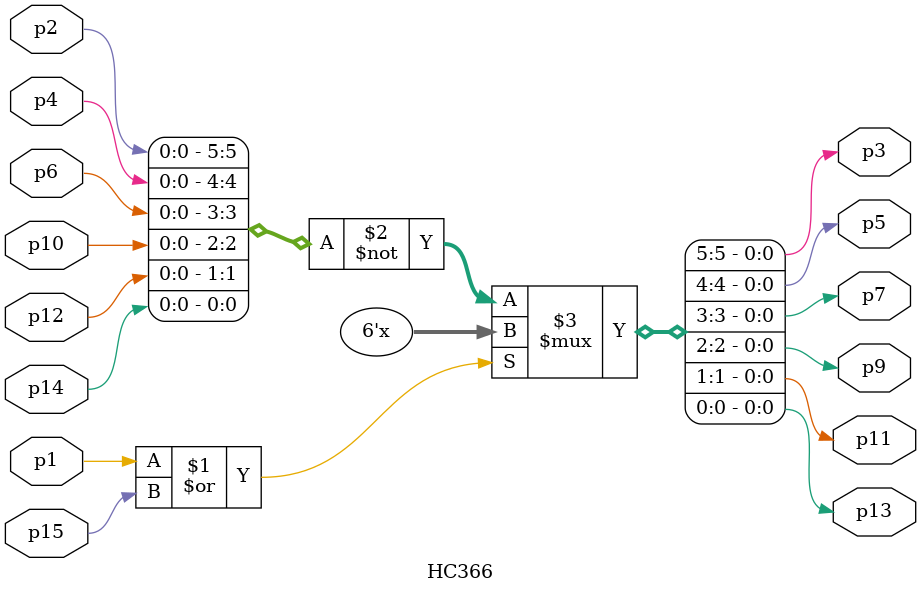
<source format=v>

module HC366(
	input wire p2,p4,p6,p10,p12,p14,
	input wire p1,p15,
	output wire p3,p5,p7,p9,p11,p13
);

assign {p3,p5,p7,p9,p11,p13}=(p1|p15)?6'bZZZZZZ:~{p2,p4,p6,p10,p12,p14};

endmodule
</source>
